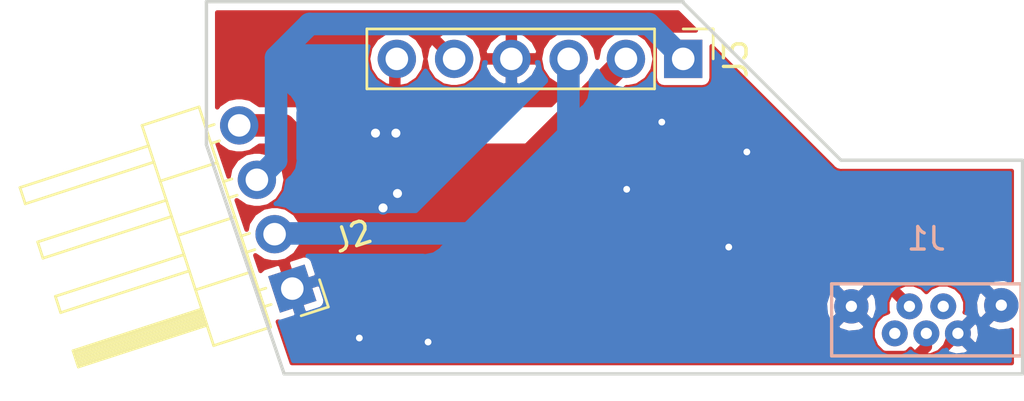
<source format=kicad_pcb>
(kicad_pcb (version 20171130) (host pcbnew 5.0.2-bee76a0~70~ubuntu16.04.1)

  (general
    (thickness 1)
    (drawings 7)
    (tracks 53)
    (zones 0)
    (modules 9)
    (nets 9)
  )

  (page A4)
  (layers
    (0 F.Cu signal)
    (31 B.Cu signal)
    (32 B.Adhes user)
    (33 F.Adhes user)
    (34 B.Paste user)
    (35 F.Paste user)
    (36 B.SilkS user)
    (37 F.SilkS user)
    (38 B.Mask user)
    (39 F.Mask user)
    (40 Dwgs.User user)
    (41 Cmts.User user)
    (42 Eco1.User user)
    (43 Eco2.User user)
    (44 Edge.Cuts user)
    (45 Margin user)
    (46 B.CrtYd user)
    (47 F.CrtYd user)
    (48 B.Fab user)
    (49 F.Fab user)
  )

  (setup
    (last_trace_width 1)
    (user_trace_width 0.2)
    (user_trace_width 0.3)
    (user_trace_width 0.4)
    (trace_clearance 0.2)
    (zone_clearance 0.3048)
    (zone_45_only no)
    (trace_min 0.2)
    (segment_width 0.2)
    (edge_width 0.15)
    (via_size 0.6)
    (via_drill 0.4)
    (via_min_size 0.4)
    (via_min_drill 0.3)
    (uvia_size 0.3)
    (uvia_drill 0.1)
    (uvias_allowed no)
    (uvia_min_size 0.2)
    (uvia_min_drill 0.1)
    (pcb_text_width 0.3)
    (pcb_text_size 1.5 1.5)
    (mod_edge_width 0.15)
    (mod_text_size 1 1)
    (mod_text_width 0.15)
    (pad_size 0.6 0.6)
    (pad_drill 0.3)
    (pad_to_mask_clearance 0.2)
    (solder_mask_min_width 0.25)
    (aux_axis_origin 109.855 60.96)
    (visible_elements FFFD8E09)
    (pcbplotparams
      (layerselection 0x010f0_ffffffff)
      (usegerberextensions true)
      (usegerberattributes false)
      (usegerberadvancedattributes false)
      (creategerberjobfile false)
      (excludeedgelayer true)
      (linewidth 0.100000)
      (plotframeref false)
      (viasonmask false)
      (mode 1)
      (useauxorigin false)
      (hpglpennumber 1)
      (hpglpenspeed 20)
      (hpglpendiameter 15.000000)
      (psnegative false)
      (psa4output false)
      (plotreference true)
      (plotvalue true)
      (plotinvisibletext false)
      (padsonsilk false)
      (subtractmaskfromsilk false)
      (outputformat 4)
      (mirror false)
      (drillshape 0)
      (scaleselection 1)
      (outputdirectory "Plots"))
  )

  (net 0 "")
  (net 1 GND)
  (net 2 SYS_3.3V)
  (net 3 SCK)
  (net 4 SDA)
  (net 5 "Net-(J1-Pad1)")
  (net 6 "Net-(J1-Pad4)")
  (net 7 /D-)
  (net 8 /D+)

  (net_class Default "This is the default net class."
    (clearance 0.2)
    (trace_width 1)
    (via_dia 0.6)
    (via_drill 0.4)
    (uvia_dia 0.3)
    (uvia_drill 0.1)
    (diff_pair_gap 0.3048)
    (diff_pair_width 0.508)
    (add_net /D+)
    (add_net /D-)
    (add_net GND)
    (add_net "Net-(J1-Pad1)")
    (add_net "Net-(J1-Pad4)")
    (add_net SCK)
    (add_net SDA)
    (add_net SYS_3.3V)
  )

  (module WiRoc:micro-usb-super-short (layer B.Cu) (tedit 5B955C94) (tstamp 5B9561D9)
    (at 141.7835 74.4888)
    (path /5B3DFD56)
    (fp_text reference J1 (at 0 -3) (layer B.SilkS)
      (effects (font (size 1 1) (thickness 0.15)) (justify mirror))
    )
    (fp_text value USB_OTG (at 0 3.3) (layer B.Fab)
      (effects (font (size 1 1) (thickness 0.15)) (justify mirror))
    )
    (fp_line (start -4.2 -1) (end 4.2 -1) (layer B.SilkS) (width 0.15))
    (fp_line (start 4.2 -1) (end 4.2 2.2) (layer B.SilkS) (width 0.15))
    (fp_line (start 4.2 2.2) (end -4.2 2.2) (layer B.SilkS) (width 0.15))
    (fp_line (start -4.2 2.2) (end -4.2 -1) (layer B.SilkS) (width 0.15))
    (pad 2 thru_hole circle (at -0.75 0) (size 1.15 1.15) (drill 0.5) (layers *.Cu *.Mask)
      (net 7 /D-))
    (pad 4 thru_hole circle (at 0.75 0) (size 1.15 1.15) (drill 0.5) (layers *.Cu *.Mask)
      (net 6 "Net-(J1-Pad4)"))
    (pad 1 thru_hole circle (at -1.4 1.2) (size 1.15 1.15) (drill 0.5) (layers *.Cu *.Mask)
      (net 5 "Net-(J1-Pad1)"))
    (pad 3 thru_hole circle (at 0 1.2) (size 1.15 1.15) (drill 0.5) (layers *.Cu *.Mask)
      (net 8 /D+))
    (pad 5 thru_hole circle (at 1.4 1.2) (size 1.15 1.15) (drill 0.5) (layers *.Cu *.Mask)
      (net 1 GND))
    (pad 6 thru_hole circle (at 3.325 -0.05) (size 1.524 1.524) (drill 0.5) (layers *.Cu *.Mask)
      (net 1 GND))
    (pad 6 thru_hole circle (at -3.325 0) (size 1.524 1.524) (drill 0.5) (layers *.Cu *.Mask)
      (net 1 GND))
    (model /home/henla464/Documents/WiRoc/Hardware/Hardware_Library/WiRoc.pretty/USBMicro.step
      (offset (xyz 0 0 -1))
      (scale (xyz 1 1 1))
      (rotate (xyz 0 180 0))
    )
  )

  (module WiRoc:VIA-0.6mm (layer F.Cu) (tedit 5AEF5363) (tstamp 5B3D4A29)
    (at 119.6848 76.073)
    (fp_text reference REF** (at 0 1.35) (layer F.SilkS) hide
      (effects (font (size 1 1) (thickness 0.15)))
    )
    (fp_text value VIA-0.6mm (at -0.05 -1.4) (layer F.Fab) hide
      (effects (font (size 1 1) (thickness 0.15)))
    )
    (pad 1 thru_hole circle (at 0 0) (size 0.6 0.6) (drill 0.3) (layers *.Cu)
      (net 1 GND) (zone_connect 2))
  )

  (module WiRoc:VIA-0.6mm (layer F.Cu) (tedit 5AEF5363) (tstamp 5B3D4A25)
    (at 116.6368 75.8952)
    (fp_text reference REF** (at 0 1.35) (layer F.SilkS) hide
      (effects (font (size 1 1) (thickness 0.15)))
    )
    (fp_text value VIA-0.6mm (at -0.05 -1.4) (layer F.Fab) hide
      (effects (font (size 1 1) (thickness 0.15)))
    )
    (pad 1 thru_hole circle (at 0 0) (size 0.6 0.6) (drill 0.3) (layers *.Cu)
      (net 1 GND) (zone_connect 2))
  )

  (module WiRoc:VIA-0.6mm (layer F.Cu) (tedit 5AEF5363) (tstamp 5B3D4A1C)
    (at 133.0198 71.8566)
    (fp_text reference REF** (at 0 1.35) (layer F.SilkS) hide
      (effects (font (size 1 1) (thickness 0.15)))
    )
    (fp_text value VIA-0.6mm (at -0.05 -1.4) (layer F.Fab) hide
      (effects (font (size 1 1) (thickness 0.15)))
    )
    (pad 1 thru_hole circle (at 0 0) (size 0.6 0.6) (drill 0.3) (layers *.Cu)
      (net 1 GND) (zone_connect 2))
  )

  (module WiRoc:VIA-0.6mm (layer F.Cu) (tedit 5AEF5363) (tstamp 5B3D4A18)
    (at 128.49352 69.2912)
    (fp_text reference REF** (at 0 1.35) (layer F.SilkS) hide
      (effects (font (size 1 1) (thickness 0.15)))
    )
    (fp_text value VIA-0.6mm (at -0.05 -1.4) (layer F.Fab) hide
      (effects (font (size 1 1) (thickness 0.15)))
    )
    (pad 1 thru_hole circle (at 0 0) (size 0.6 0.6) (drill 0.3) (layers *.Cu)
      (net 1 GND) (zone_connect 2))
  )

  (module WiRoc:VIA-0.6mm (layer F.Cu) (tedit 5AEF534D) (tstamp 5AEF552A)
    (at 133.82244 67.63258)
    (fp_text reference REF** (at 0 1.35) (layer F.SilkS) hide
      (effects (font (size 1 1) (thickness 0.15)))
    )
    (fp_text value VIA-0.6mm (at -0.05 -1.4) (layer F.Fab) hide
      (effects (font (size 1 1) (thickness 0.15)))
    )
    (pad 1 thru_hole circle (at 0 0) (size 0.6 0.6) (drill 0.3) (layers *.Cu)
      (net 1 GND) (zone_connect 2))
  )

  (module Pin_Headers:Pin_Header_Angled_1x04_Pitch2.54mm (layer F.Cu) (tedit 59650532) (tstamp 5AEF0E8B)
    (at 113.663 73.7 198)
    (descr "Through hole angled pin header, 1x04, 2.54mm pitch, 6mm pin length, single row")
    (tags "Through hole angled pin header THT 1x04 2.54mm single row")
    (path /5AEF051C)
    (fp_text reference J2 (at -3.257143 1.387391 198) (layer F.SilkS)
      (effects (font (size 1 1) (thickness 0.15)))
    )
    (fp_text value Conn_01x04 (at -6.802178 -0.031532 198) (layer F.Fab)
      (effects (font (size 1 1) (thickness 0.15)))
    )
    (fp_line (start 2.135 -1.27) (end 4.04 -1.27) (layer F.Fab) (width 0.1))
    (fp_line (start 4.04 -1.27) (end 4.04 8.89) (layer F.Fab) (width 0.1))
    (fp_line (start 4.04 8.89) (end 1.5 8.89) (layer F.Fab) (width 0.1))
    (fp_line (start 1.5 8.89) (end 1.5 -0.635) (layer F.Fab) (width 0.1))
    (fp_line (start 1.5 -0.635) (end 2.135 -1.27) (layer F.Fab) (width 0.1))
    (fp_line (start -0.32 -0.32) (end 1.5 -0.32) (layer F.Fab) (width 0.1))
    (fp_line (start -0.32 -0.32) (end -0.32 0.32) (layer F.Fab) (width 0.1))
    (fp_line (start -0.32 0.32) (end 1.5 0.32) (layer F.Fab) (width 0.1))
    (fp_line (start 4.04 -0.32) (end 10.04 -0.32) (layer F.Fab) (width 0.1))
    (fp_line (start 10.04 -0.32) (end 10.04 0.32) (layer F.Fab) (width 0.1))
    (fp_line (start 4.04 0.32) (end 10.04 0.32) (layer F.Fab) (width 0.1))
    (fp_line (start -0.32 2.22) (end 1.5 2.22) (layer F.Fab) (width 0.1))
    (fp_line (start -0.32 2.22) (end -0.32 2.86) (layer F.Fab) (width 0.1))
    (fp_line (start -0.32 2.86) (end 1.5 2.86) (layer F.Fab) (width 0.1))
    (fp_line (start 4.04 2.22) (end 10.04 2.22) (layer F.Fab) (width 0.1))
    (fp_line (start 10.04 2.22) (end 10.04 2.86) (layer F.Fab) (width 0.1))
    (fp_line (start 4.04 2.86) (end 10.04 2.86) (layer F.Fab) (width 0.1))
    (fp_line (start -0.32 4.76) (end 1.5 4.76) (layer F.Fab) (width 0.1))
    (fp_line (start -0.32 4.76) (end -0.32 5.4) (layer F.Fab) (width 0.1))
    (fp_line (start -0.32 5.4) (end 1.5 5.4) (layer F.Fab) (width 0.1))
    (fp_line (start 4.04 4.76) (end 10.04 4.76) (layer F.Fab) (width 0.1))
    (fp_line (start 10.04 4.76) (end 10.04 5.4) (layer F.Fab) (width 0.1))
    (fp_line (start 4.04 5.4) (end 10.04 5.4) (layer F.Fab) (width 0.1))
    (fp_line (start -0.32 7.3) (end 1.5 7.3) (layer F.Fab) (width 0.1))
    (fp_line (start -0.32 7.3) (end -0.32 7.94) (layer F.Fab) (width 0.1))
    (fp_line (start -0.32 7.94) (end 1.5 7.94) (layer F.Fab) (width 0.1))
    (fp_line (start 4.04 7.3) (end 10.04 7.3) (layer F.Fab) (width 0.1))
    (fp_line (start 10.04 7.3) (end 10.04 7.94) (layer F.Fab) (width 0.1))
    (fp_line (start 4.04 7.94) (end 10.04 7.94) (layer F.Fab) (width 0.1))
    (fp_line (start 1.44 -1.33) (end 1.44 8.95) (layer F.SilkS) (width 0.12))
    (fp_line (start 1.44 8.95) (end 4.1 8.95) (layer F.SilkS) (width 0.12))
    (fp_line (start 4.1 8.95) (end 4.1 -1.33) (layer F.SilkS) (width 0.12))
    (fp_line (start 4.1 -1.33) (end 1.44 -1.33) (layer F.SilkS) (width 0.12))
    (fp_line (start 4.1 -0.38) (end 10.1 -0.38) (layer F.SilkS) (width 0.12))
    (fp_line (start 10.1 -0.38) (end 10.1 0.38) (layer F.SilkS) (width 0.12))
    (fp_line (start 10.1 0.38) (end 4.1 0.38) (layer F.SilkS) (width 0.12))
    (fp_line (start 4.1 -0.32) (end 10.1 -0.32) (layer F.SilkS) (width 0.12))
    (fp_line (start 4.1 -0.2) (end 10.1 -0.2) (layer F.SilkS) (width 0.12))
    (fp_line (start 4.1 -0.08) (end 10.1 -0.08) (layer F.SilkS) (width 0.12))
    (fp_line (start 4.1 0.04) (end 10.1 0.04) (layer F.SilkS) (width 0.12))
    (fp_line (start 4.1 0.16) (end 10.1 0.16) (layer F.SilkS) (width 0.12))
    (fp_line (start 4.1 0.28) (end 10.1 0.28) (layer F.SilkS) (width 0.12))
    (fp_line (start 1.11 -0.38) (end 1.44 -0.38) (layer F.SilkS) (width 0.12))
    (fp_line (start 1.11 0.38) (end 1.44 0.38) (layer F.SilkS) (width 0.12))
    (fp_line (start 1.44 1.27) (end 4.1 1.27) (layer F.SilkS) (width 0.12))
    (fp_line (start 4.1 2.16) (end 10.1 2.16) (layer F.SilkS) (width 0.12))
    (fp_line (start 10.1 2.16) (end 10.1 2.92) (layer F.SilkS) (width 0.12))
    (fp_line (start 10.1 2.92) (end 4.1 2.92) (layer F.SilkS) (width 0.12))
    (fp_line (start 1.042929 2.16) (end 1.44 2.16) (layer F.SilkS) (width 0.12))
    (fp_line (start 1.042929 2.92) (end 1.44 2.92) (layer F.SilkS) (width 0.12))
    (fp_line (start 1.44 3.81) (end 4.1 3.81) (layer F.SilkS) (width 0.12))
    (fp_line (start 4.1 4.7) (end 10.1 4.7) (layer F.SilkS) (width 0.12))
    (fp_line (start 10.1 4.7) (end 10.1 5.46) (layer F.SilkS) (width 0.12))
    (fp_line (start 10.1 5.46) (end 4.1 5.46) (layer F.SilkS) (width 0.12))
    (fp_line (start 1.042929 4.7) (end 1.44 4.7) (layer F.SilkS) (width 0.12))
    (fp_line (start 1.042929 5.46) (end 1.44 5.46) (layer F.SilkS) (width 0.12))
    (fp_line (start 1.44 6.35) (end 4.1 6.35) (layer F.SilkS) (width 0.12))
    (fp_line (start 4.1 7.24) (end 10.1 7.24) (layer F.SilkS) (width 0.12))
    (fp_line (start 10.1 7.24) (end 10.1 8) (layer F.SilkS) (width 0.12))
    (fp_line (start 10.1 8) (end 4.1 8) (layer F.SilkS) (width 0.12))
    (fp_line (start 1.042929 7.24) (end 1.44 7.24) (layer F.SilkS) (width 0.12))
    (fp_line (start 1.042929 8) (end 1.44 8) (layer F.SilkS) (width 0.12))
    (fp_line (start -1.27 0) (end -1.27 -1.27) (layer F.SilkS) (width 0.12))
    (fp_line (start -1.27 -1.27) (end 0 -1.27) (layer F.SilkS) (width 0.12))
    (fp_line (start -1.8 -1.8) (end -1.8 9.4) (layer F.CrtYd) (width 0.05))
    (fp_line (start -1.8 9.4) (end 10.55 9.4) (layer F.CrtYd) (width 0.05))
    (fp_line (start 10.55 9.4) (end 10.55 -1.8) (layer F.CrtYd) (width 0.05))
    (fp_line (start 10.55 -1.8) (end -1.8 -1.8) (layer F.CrtYd) (width 0.05))
    (fp_text user %R (at 2.77 3.81 288) (layer F.Fab)
      (effects (font (size 1 1) (thickness 0.15)))
    )
    (pad 1 thru_hole rect (at 0 0 198) (size 1.7 1.7) (drill 1) (layers *.Cu *.Mask)
      (net 1 GND))
    (pad 2 thru_hole oval (at 0 2.54 198) (size 1.7 1.7) (drill 1) (layers *.Cu *.Mask)
      (net 2 SYS_3.3V))
    (pad 3 thru_hole oval (at 0 5.08 198) (size 1.7 1.7) (drill 1) (layers *.Cu *.Mask)
      (net 3 SCK))
    (pad 4 thru_hole oval (at -0.000001 7.62 198) (size 1.7 1.7) (drill 1) (layers *.Cu *.Mask)
      (net 4 SDA))
    (model ${KISYS3DMOD2}/Pin_Headers.3dshapes/Pin_Header_Angled_1x04_Pitch2.54mm.wrl
      (at (xyz 0 0 0))
      (scale (xyz 1 1 1))
      (rotate (xyz 0 0 0))
    )
  )

  (module Socket_Strips:Socket_Strip_Straight_1x06_Pitch2.54mm (layer F.Cu) (tedit 58CD5446) (tstamp 5AEF0EA4)
    (at 131 63.5 270)
    (descr "Through hole straight socket strip, 1x06, 2.54mm pitch, single row")
    (tags "Through hole socket strip THT 1x06 2.54mm single row")
    (path /5AEF0126)
    (fp_text reference J3 (at 0 -2.33 270) (layer F.SilkS)
      (effects (font (size 1 1) (thickness 0.15)))
    )
    (fp_text value Conn_01x06 (at 3.048 2.032) (layer F.Fab)
      (effects (font (size 1 1) (thickness 0.15)))
    )
    (fp_line (start -1.27 -1.27) (end -1.27 13.97) (layer F.Fab) (width 0.1))
    (fp_line (start -1.27 13.97) (end 1.27 13.97) (layer F.Fab) (width 0.1))
    (fp_line (start 1.27 13.97) (end 1.27 -1.27) (layer F.Fab) (width 0.1))
    (fp_line (start 1.27 -1.27) (end -1.27 -1.27) (layer F.Fab) (width 0.1))
    (fp_line (start -1.33 1.27) (end -1.33 14.03) (layer F.SilkS) (width 0.12))
    (fp_line (start -1.33 14.03) (end 1.33 14.03) (layer F.SilkS) (width 0.12))
    (fp_line (start 1.33 14.03) (end 1.33 1.27) (layer F.SilkS) (width 0.12))
    (fp_line (start 1.33 1.27) (end -1.33 1.27) (layer F.SilkS) (width 0.12))
    (fp_line (start -1.33 0) (end -1.33 -1.33) (layer F.SilkS) (width 0.12))
    (fp_line (start -1.33 -1.33) (end 0 -1.33) (layer F.SilkS) (width 0.12))
    (fp_line (start -1.8 -1.8) (end -1.8 14.5) (layer F.CrtYd) (width 0.05))
    (fp_line (start -1.8 14.5) (end 1.8 14.5) (layer F.CrtYd) (width 0.05))
    (fp_line (start 1.8 14.5) (end 1.8 -1.8) (layer F.CrtYd) (width 0.05))
    (fp_line (start 1.8 -1.8) (end -1.8 -1.8) (layer F.CrtYd) (width 0.05))
    (fp_text user %R (at 0 -2.33 270) (layer F.Fab)
      (effects (font (size 1 1) (thickness 0.15)))
    )
    (pad 1 thru_hole rect (at 0 0 270) (size 1.7 1.7) (drill 1) (layers *.Cu *.Mask)
      (net 3 SCK))
    (pad 2 thru_hole oval (at 0 2.54 270) (size 1.7 1.7) (drill 1) (layers *.Cu *.Mask)
      (net 4 SDA))
    (pad 3 thru_hole oval (at 0 5.08 270) (size 1.7 1.7) (drill 1) (layers *.Cu *.Mask)
      (net 2 SYS_3.3V))
    (pad 4 thru_hole oval (at 0 7.62 270) (size 1.7 1.7) (drill 1) (layers *.Cu *.Mask)
      (net 1 GND))
    (pad 5 thru_hole oval (at 0 10.16 270) (size 1.7 1.7) (drill 1) (layers *.Cu *.Mask)
      (net 8 /D+))
    (pad 6 thru_hole oval (at 0 12.7 270) (size 1.7 1.7) (drill 1) (layers *.Cu *.Mask)
      (net 7 /D-))
    (model ${KISYS3DMOD2}/Socket_Strips.3dshapes/Socket_Strip_Straight_1x06_Pitch2.54mm.wrl
      (offset (xyz 0 -6.349999904632568 0))
      (scale (xyz 1 1 1))
      (rotate (xyz 0 0 270))
    )
  )

  (module WiRoc:VIA-0.6mm (layer F.Cu) (tedit 5AEF5363) (tstamp 5AEF5528)
    (at 130.05054 66.3067)
    (fp_text reference REF** (at 0 1.35) (layer F.SilkS) hide
      (effects (font (size 1 1) (thickness 0.15)))
    )
    (fp_text value VIA-0.6mm (at -0.05 -1.4) (layer F.Fab) hide
      (effects (font (size 1 1) (thickness 0.15)))
    )
    (pad 1 thru_hole circle (at 0 0) (size 0.6 0.6) (drill 0.3) (layers *.Cu)
      (net 1 GND) (zone_connect 2))
  )

  (gr_line (start 138 68) (end 131 61) (layer Edge.Cuts) (width 0.15))
  (gr_line (start 146 68) (end 138 68) (layer Edge.Cuts) (width 0.15))
  (gr_line (start 113.3 77.486) (end 109.855 67.31) (layer Edge.Cuts) (width 0.15))
  (gr_line (start 146.05 77.486) (end 113.3 77.486) (layer Edge.Cuts) (width 0.15))
  (gr_line (start 146.05 68) (end 146.05 77.486) (layer Edge.Cuts) (width 0.15))
  (gr_line (start 109.855 60.96) (end 131 60.96) (layer Edge.Cuts) (width 0.15))
  (gr_line (start 109.855 67.31) (end 109.855 60.96) (layer Edge.Cuts) (width 0.15))

  (segment (start 112.912873 71.24954) (end 112.878097 71.284316) (width 1) (layer B.Cu) (net 2))
  (segment (start 125.9078 69.2404) (end 123.89866 71.24954) (width 1) (layer B.Cu) (net 2))
  (segment (start 123.89866 71.24954) (end 112.912873 71.24954) (width 1) (layer B.Cu) (net 2))
  (segment (start 125.9078 63.50254) (end 125.9078 69.2404) (width 1) (layer B.Cu) (net 2))
  (segment (start 112.093194 68.868633) (end 112.943193 68.018634) (width 1) (layer B.Cu) (net 3))
  (segment (start 112.943193 63.434407) (end 114.427601 61.949999) (width 1) (layer B.Cu) (net 3))
  (segment (start 112.943193 68.018634) (end 112.943193 63.434407) (width 1) (layer B.Cu) (net 3))
  (segment (start 129.475899 61.949999) (end 130.98526 63.45936) (width 1) (layer B.Cu) (net 3))
  (segment (start 114.427601 61.949999) (end 129.475899 61.949999) (width 1) (layer B.Cu) (net 3))
  (segment (start 113.290549 66.452949) (end 111.308291 66.452949) (width 1) (layer F.Cu) (net 4))
  (segment (start 123.7102 68.2498) (end 115.0874 68.2498) (width 1) (layer F.Cu) (net 4))
  (segment (start 115.0874 68.2498) (end 113.290549 66.452949) (width 1) (layer F.Cu) (net 4))
  (segment (start 128.46 63.5) (end 123.7102 68.2498) (width 1) (layer F.Cu) (net 4))
  (via (at 118.328296 69.477244) (size 0.6) (drill 0.4) (layers F.Cu B.Cu) (net 7))
  (via (at 118.2576 66.7974) (size 0.6) (drill 0.4) (layers F.Cu B.Cu) (net 7))
  (segment (start 118.2116 69.425603) (end 118.2116 66.8434) (width 0.508) (layer B.Cu) (net 7))
  (segment (start 118.328296 69.477244) (end 118.263241 69.477244) (width 0.508) (layer B.Cu) (net 7))
  (segment (start 118.2116 66.8434) (end 118.2576 66.7974) (width 0.508) (layer B.Cu) (net 7))
  (segment (start 118.263241 69.477244) (end 118.2116 69.425603) (width 0.508) (layer B.Cu) (net 7))
  (segment (start 118.2116 63.5884) (end 118.3 63.5) (width 0.508) (layer F.Cu) (net 7))
  (segment (start 118.2116 66.7514) (end 118.2116 63.5884) (width 0.508) (layer F.Cu) (net 7))
  (segment (start 118.2576 66.7974) (end 118.2116 66.7514) (width 0.508) (layer F.Cu) (net 7))
  (segment (start 118.328296 69.48583) (end 118.328296 69.477244) (width 0.508) (layer F.Cu) (net 7))
  (segment (start 118.547286 69.70482) (end 118.328296 69.48583) (width 0.508) (layer F.Cu) (net 7))
  (segment (start 118.547286 69.761289) (end 118.547286 69.70482) (width 0.508) (layer F.Cu) (net 7))
  (segment (start 123.661997 74.876) (end 118.547286 69.761289) (width 0.508) (layer F.Cu) (net 7))
  (segment (start 141.0335 74.4888) (end 139.5443 72.9996) (width 0.508) (layer F.Cu) (net 7))
  (segment (start 139.5443 72.9996) (end 137.2108 72.9996) (width 0.508) (layer F.Cu) (net 7))
  (segment (start 137.2108 72.9996) (end 135.3344 74.876) (width 0.508) (layer F.Cu) (net 7))
  (segment (start 135.3344 74.876) (end 123.661997 74.876) (width 0.508) (layer F.Cu) (net 7))
  (via (at 117.688504 70.117036) (size 0.6) (drill 0.4) (layers F.Cu B.Cu) (net 8))
  (segment (start 117.688504 70.051981) (end 117.3988 69.762277) (width 0.508) (layer B.Cu) (net 8))
  (segment (start 117.688504 70.117036) (end 117.688504 70.051981) (width 0.508) (layer B.Cu) (net 8))
  (segment (start 117.3988 66.8434) (end 117.3528 66.7974) (width 0.508) (layer B.Cu) (net 8))
  (segment (start 117.3988 69.762277) (end 117.3988 66.8434) (width 0.508) (layer B.Cu) (net 8))
  (via (at 117.3528 66.7974) (size 0.6) (drill 0.4) (layers F.Cu B.Cu) (net 8))
  (segment (start 120.0272 62.6872) (end 120.84 63.5) (width 0.508) (layer F.Cu) (net 8))
  (segment (start 119.2652 61.9252) (end 120.0272 62.6872) (width 0.508) (layer F.Cu) (net 8))
  (segment (start 117.395438 61.9252) (end 119.2652 61.9252) (width 0.508) (layer F.Cu) (net 8))
  (segment (start 116.5352 62.785438) (end 117.395438 61.9252) (width 0.508) (layer F.Cu) (net 8))
  (segment (start 116.5352 65.624138) (end 116.5352 62.785438) (width 0.508) (layer F.Cu) (net 8))
  (segment (start 117.3988 66.7514) (end 117.3988 66.487738) (width 0.508) (layer F.Cu) (net 8))
  (segment (start 117.3528 66.7974) (end 117.3988 66.7514) (width 0.508) (layer F.Cu) (net 8))
  (segment (start 117.3988 66.487738) (end 116.5352 65.624138) (width 0.508) (layer F.Cu) (net 8))
  (segment (start 117.972549 70.336026) (end 117.91608 70.336026) (width 0.508) (layer F.Cu) (net 8))
  (segment (start 123.325323 75.6888) (end 117.972549 70.336026) (width 0.508) (layer F.Cu) (net 8))
  (segment (start 135.3534 75.6888) (end 123.325323 75.6888) (width 0.508) (layer F.Cu) (net 8))
  (segment (start 141.7835 75.6888) (end 141.7835 76.2755) (width 0.508) (layer F.Cu) (net 8))
  (segment (start 117.91608 70.336026) (end 117.69709 70.117036) (width 0.508) (layer F.Cu) (net 8))
  (segment (start 141.341199 76.717801) (end 136.382401 76.717801) (width 0.508) (layer F.Cu) (net 8))
  (segment (start 117.69709 70.117036) (end 117.688504 70.117036) (width 0.508) (layer F.Cu) (net 8))
  (segment (start 141.7835 76.2755) (end 141.341199 76.717801) (width 0.508) (layer F.Cu) (net 8))
  (segment (start 136.382401 76.717801) (end 135.3534 75.6888) (width 0.508) (layer F.Cu) (net 8))

  (zone (net 1) (net_name GND) (layer F.Cu) (tstamp 5C059917) (hatch edge 0.508)
    (connect_pads thru_hole_only (clearance 0.3048))
    (min_thickness 0.2)
    (fill yes (arc_segments 16) (thermal_gap 0.3048) (thermal_bridge_width 0.508))
    (polygon
      (pts
        (xy 109.728 60.96) (xy 146.05 60.96) (xy 146.05 78.486) (xy 113.792 78.486) (xy 109.728 67.31)
      )
    )
    (filled_polygon
      (pts
        (xy 137.627319 68.305858) (xy 137.654084 68.345916) (xy 137.812792 68.451961) (xy 137.952748 68.4798) (xy 137.952749 68.4798)
        (xy 138 68.489199) (xy 138.047251 68.4798) (xy 145.5702 68.4798) (xy 145.570201 73.360544) (xy 145.234139 73.255793)
        (xy 144.771858 73.297764) (xy 144.539708 73.393925) (xy 144.45548 73.567991) (xy 145.1085 74.221011) (xy 145.122642 74.206869)
        (xy 145.340431 74.424658) (xy 145.326289 74.4388) (xy 145.340431 74.452942) (xy 145.122642 74.670731) (xy 145.1085 74.656589)
        (xy 144.45548 75.309609) (xy 144.539708 75.483675) (xy 144.982861 75.621807) (xy 145.445142 75.579836) (xy 145.570201 75.528034)
        (xy 145.570201 77.0062) (xy 113.644117 77.0062) (xy 113.086678 75.359609) (xy 137.80548 75.359609) (xy 137.889708 75.533675)
        (xy 138.332861 75.671807) (xy 138.795142 75.629836) (xy 139.027292 75.533675) (xy 139.046535 75.493906) (xy 139.4037 75.493906)
        (xy 139.4037 75.883694) (xy 139.552866 76.243812) (xy 139.828488 76.519434) (xy 140.188606 76.6686) (xy 140.578394 76.6686)
        (xy 140.938512 76.519434) (xy 141.0835 76.374446) (xy 141.228488 76.519434) (xy 141.588606 76.6686) (xy 141.978394 76.6686)
        (xy 142.338512 76.519434) (xy 142.434824 76.423122) (xy 142.666967 76.423122) (xy 142.727913 76.577862) (xy 143.102822 76.684532)
        (xy 143.490013 76.63961) (xy 143.639087 76.577862) (xy 143.700033 76.423122) (xy 143.1835 75.906589) (xy 142.666967 76.423122)
        (xy 142.434824 76.423122) (xy 142.614134 76.243812) (xy 142.757985 75.896526) (xy 142.965711 75.6888) (xy 143.401289 75.6888)
        (xy 143.917822 76.205333) (xy 144.072562 76.144387) (xy 144.179232 75.769478) (xy 144.13431 75.382287) (xy 144.072562 75.233213)
        (xy 143.917822 75.172267) (xy 143.401289 75.6888) (xy 142.965711 75.6888) (xy 142.951569 75.674658) (xy 143.169358 75.456869)
        (xy 143.1835 75.471011) (xy 143.700033 74.954478) (xy 143.639087 74.799738) (xy 143.483562 74.755488) (xy 143.5133 74.683694)
        (xy 143.5133 74.313161) (xy 143.925493 74.313161) (xy 143.967464 74.775442) (xy 144.063625 75.007592) (xy 144.237691 75.09182)
        (xy 144.890711 74.4388) (xy 144.237691 73.78578) (xy 144.063625 73.870008) (xy 143.925493 74.313161) (xy 143.5133 74.313161)
        (xy 143.5133 74.293906) (xy 143.364134 73.933788) (xy 143.088512 73.658166) (xy 142.728394 73.509) (xy 142.338606 73.509)
        (xy 141.978488 73.658166) (xy 141.7835 73.853154) (xy 141.588512 73.658166) (xy 141.228394 73.509) (xy 140.838606 73.509)
        (xy 140.478488 73.658166) (xy 140.202866 73.933788) (xy 140.0537 74.293906) (xy 140.0537 74.683694) (xy 140.082404 74.752991)
        (xy 139.828488 74.858166) (xy 139.552866 75.133788) (xy 139.4037 75.493906) (xy 139.046535 75.493906) (xy 139.11152 75.359609)
        (xy 138.4585 74.706589) (xy 137.80548 75.359609) (xy 113.086678 75.359609) (xy 113.022367 75.169645) (xy 113.165777 75.180932)
        (xy 113.808045 74.972247) (xy 113.873019 74.844727) (xy 113.564126 73.894051) (xy 113.545104 73.900232) (xy 113.512172 73.798874)
        (xy 113.857051 73.798874) (xy 114.165945 74.74955) (xy 114.293464 74.814525) (xy 114.935732 74.605839) (xy 115.058187 74.501253)
        (xy 115.128548 74.363161) (xy 137.275493 74.363161) (xy 137.317464 74.825442) (xy 137.413625 75.057592) (xy 137.587691 75.14182)
        (xy 138.240711 74.4888) (xy 138.676289 74.4888) (xy 139.329309 75.14182) (xy 139.503375 75.057592) (xy 139.641507 74.614439)
        (xy 139.599536 74.152158) (xy 139.503375 73.920008) (xy 139.329309 73.83578) (xy 138.676289 74.4888) (xy 138.240711 74.4888)
        (xy 137.587691 73.83578) (xy 137.413625 73.920008) (xy 137.275493 74.363161) (xy 115.128548 74.363161) (xy 115.131297 74.357766)
        (xy 115.143932 74.197222) (xy 115.094168 74.044064) (xy 114.955729 73.617991) (xy 137.80548 73.617991) (xy 138.4585 74.271011)
        (xy 139.11152 73.617991) (xy 139.027292 73.443925) (xy 138.584139 73.305793) (xy 138.121858 73.347764) (xy 137.889708 73.443925)
        (xy 137.80548 73.617991) (xy 114.955729 73.617991) (xy 114.935247 73.554955) (xy 114.807727 73.489981) (xy 113.857051 73.798874)
        (xy 113.512172 73.798874) (xy 113.449928 73.607306) (xy 113.468949 73.601126) (xy 113.160055 72.65045) (xy 113.032536 72.585475)
        (xy 112.390268 72.794161) (xy 112.267813 72.898747) (xy 112.259257 72.915538) (xy 112.137293 72.555273) (xy 113.452981 72.555273)
        (xy 113.761874 73.505949) (xy 114.71255 73.197055) (xy 114.777525 73.069536) (xy 114.618603 72.580427) (xy 114.56884 72.427269)
        (xy 114.464253 72.304813) (xy 114.320766 72.231703) (xy 114.160223 72.219068) (xy 113.517955 72.427753) (xy 113.452981 72.555273)
        (xy 112.137293 72.555273) (xy 112.024935 72.223386) (xy 112.388499 72.466311) (xy 112.754515 72.539116) (xy 113.001679 72.539116)
        (xy 113.367695 72.466311) (xy 113.782757 72.188976) (xy 114.060092 71.773914) (xy 114.157479 71.284316) (xy 114.060092 70.794718)
        (xy 113.782757 70.379656) (xy 113.367695 70.102321) (xy 113.001679 70.029516) (xy 112.754515 70.029516) (xy 112.388499 70.102321)
        (xy 111.973437 70.379656) (xy 111.696102 70.794718) (xy 111.638799 71.0828) (xy 111.197506 69.779288) (xy 111.603596 70.050628)
        (xy 111.969612 70.123433) (xy 112.216776 70.123433) (xy 112.582792 70.050628) (xy 112.997854 69.773293) (xy 113.275189 69.358231)
        (xy 113.372576 68.868633) (xy 113.275189 68.379035) (xy 112.997854 67.963973) (xy 112.582792 67.686638) (xy 112.216776 67.613833)
        (xy 111.969612 67.613833) (xy 111.603596 67.686638) (xy 111.188534 67.963973) (xy 110.911199 68.379035) (xy 110.841717 68.728343)
        (xy 110.351001 67.278842) (xy 110.403631 67.357609) (xy 110.818693 67.634944) (xy 111.184709 67.707749) (xy 111.431873 67.707749)
        (xy 111.797889 67.634944) (xy 112.212741 67.357749) (xy 125.417941 67.357749) (xy 125.507051 67.375474) (xy 125.596161 67.357749)
        (xy 125.596166 67.357749) (xy 125.860086 67.305252) (xy 126.159375 67.105273) (xy 126.209854 67.029726) (xy 128.484781 64.7548)
        (xy 128.583582 64.7548) (xy 128.949598 64.681995) (xy 129.36466 64.40466) (xy 129.641995 63.989598) (xy 129.73727 63.510618)
        (xy 129.73727 64.35) (xy 129.768687 64.507945) (xy 129.858156 64.641844) (xy 129.992055 64.731313) (xy 130.15 64.76273)
        (xy 131.85 64.76273) (xy 132.007945 64.731313) (xy 132.141844 64.641844) (xy 132.231313 64.507945) (xy 132.26273 64.35)
        (xy 132.26273 62.941269)
      )
    )
    (filled_polygon
      (pts
        (xy 131.558731 62.23727) (xy 130.15 62.23727) (xy 129.992055 62.268687) (xy 129.858156 62.358156) (xy 129.768687 62.492055)
        (xy 129.73727 62.65) (xy 129.73727 63.489382) (xy 129.641995 63.010402) (xy 129.36466 62.59534) (xy 128.949598 62.318005)
        (xy 128.583582 62.2452) (xy 128.336418 62.2452) (xy 127.970402 62.318005) (xy 127.55534 62.59534) (xy 127.278005 63.010402)
        (xy 127.19 63.452833) (xy 127.101995 63.010402) (xy 126.82466 62.59534) (xy 126.409598 62.318005) (xy 126.043582 62.2452)
        (xy 125.796418 62.2452) (xy 125.430402 62.318005) (xy 125.01534 62.59534) (xy 124.738005 63.010402) (xy 124.640618 63.5)
        (xy 124.738005 63.989598) (xy 125.01534 64.40466) (xy 125.430402 64.681995) (xy 125.796418 64.7548) (xy 125.92562 64.7548)
        (xy 125.132271 65.548149) (xy 112.212741 65.548149) (xy 111.797889 65.270954) (xy 111.431873 65.198149) (xy 111.184709 65.198149)
        (xy 110.818693 65.270954) (xy 110.403631 65.548289) (xy 110.3348 65.651302) (xy 110.3348 63.5) (xy 117.020618 63.5)
        (xy 117.118005 63.989598) (xy 117.39534 64.40466) (xy 117.810402 64.681995) (xy 118.176418 64.7548) (xy 118.423582 64.7548)
        (xy 118.789598 64.681995) (xy 119.20466 64.40466) (xy 119.481995 63.989598) (xy 119.57 63.547167) (xy 119.658005 63.989598)
        (xy 119.93534 64.40466) (xy 120.350402 64.681995) (xy 120.716418 64.7548) (xy 120.963582 64.7548) (xy 121.329598 64.681995)
        (xy 121.74466 64.40466) (xy 122.021995 63.989598) (xy 122.050376 63.846916) (xy 122.174095 63.846916) (xy 122.398648 64.281988)
        (xy 122.772603 64.59801) (xy 123.033086 64.705891) (xy 123.226 64.643275) (xy 123.226 63.654) (xy 123.534 63.654)
        (xy 123.534 64.643275) (xy 123.726914 64.705891) (xy 123.987397 64.59801) (xy 124.361352 64.281988) (xy 124.585905 63.846916)
        (xy 124.524128 63.654) (xy 123.534 63.654) (xy 123.226 63.654) (xy 122.235872 63.654) (xy 122.174095 63.846916)
        (xy 122.050376 63.846916) (xy 122.119382 63.5) (xy 122.050377 63.153084) (xy 122.174095 63.153084) (xy 122.235872 63.346)
        (xy 123.226 63.346) (xy 123.226 62.356725) (xy 123.534 62.356725) (xy 123.534 63.346) (xy 124.524128 63.346)
        (xy 124.585905 63.153084) (xy 124.361352 62.718012) (xy 123.987397 62.40199) (xy 123.726914 62.294109) (xy 123.534 62.356725)
        (xy 123.226 62.356725) (xy 123.033086 62.294109) (xy 122.772603 62.40199) (xy 122.398648 62.718012) (xy 122.174095 63.153084)
        (xy 122.050377 63.153084) (xy 122.021995 63.010402) (xy 121.74466 62.59534) (xy 121.329598 62.318005) (xy 120.963582 62.2452)
        (xy 120.716418 62.2452) (xy 120.350402 62.318005) (xy 119.93534 62.59534) (xy 119.658005 63.010402) (xy 119.57 63.452833)
        (xy 119.481995 63.010402) (xy 119.20466 62.59534) (xy 118.789598 62.318005) (xy 118.423582 62.2452) (xy 118.176418 62.2452)
        (xy 117.810402 62.318005) (xy 117.39534 62.59534) (xy 117.118005 63.010402) (xy 117.020618 63.5) (xy 110.3348 63.5)
        (xy 110.3348 61.4398) (xy 130.761261 61.4398)
      )
    )
  )
  (zone (net 1) (net_name GND) (layer B.Cu) (tstamp 5C059914) (hatch edge 0.508)
    (connect_pads thru_hole_only (clearance 0.4))
    (min_thickness 0.2)
    (fill yes (arc_segments 16) (thermal_gap 0.3) (thermal_bridge_width 0.508))
    (polygon
      (pts
        (xy 109.728 60.96) (xy 146.05 60.96) (xy 146.05 78.486) (xy 113.792 78.486) (xy 109.728 67.31)
      )
    )
    (filled_polygon
      (pts
        (xy 137.553373 68.366546) (xy 137.585449 68.414551) (xy 137.775646 68.541637) (xy 137.943372 68.575) (xy 137.943376 68.575)
        (xy 138 68.586263) (xy 138.056624 68.575) (xy 145.475 68.575) (xy 145.475001 73.335886) (xy 145.232986 73.260593)
        (xy 144.77263 73.302641) (xy 144.54261 73.397918) (xy 144.458119 73.57063) (xy 145.1085 74.221011) (xy 145.122642 74.206869)
        (xy 145.340431 74.424658) (xy 145.326289 74.4388) (xy 145.340431 74.452942) (xy 145.122642 74.670731) (xy 145.1085 74.656589)
        (xy 144.458119 75.30697) (xy 144.54261 75.479682) (xy 144.984014 75.617007) (xy 145.44437 75.574959) (xy 145.475001 75.562271)
        (xy 145.475001 76.911) (xy 113.712395 76.911) (xy 113.186291 75.35697) (xy 137.808119 75.35697) (xy 137.89261 75.529682)
        (xy 138.334014 75.667007) (xy 138.79437 75.624959) (xy 139.02439 75.529682) (xy 139.108881 75.35697) (xy 138.4585 74.706589)
        (xy 137.808119 75.35697) (xy 113.186291 75.35697) (xy 113.12395 75.172825) (xy 113.165202 75.176072) (xy 113.807703 74.967311)
        (xy 113.871907 74.841304) (xy 113.564126 73.894051) (xy 113.545104 73.900232) (xy 113.512172 73.798874) (xy 113.857051 73.798874)
        (xy 114.164832 74.746126) (xy 114.29084 74.81033) (xy 114.93334 74.601569) (xy 115.054344 74.498223) (xy 115.122573 74.364314)
        (xy 137.280293 74.364314) (xy 137.322341 74.82467) (xy 137.417618 75.05469) (xy 137.59033 75.139181) (xy 138.240711 74.4888)
        (xy 138.676289 74.4888) (xy 139.32667 75.139181) (xy 139.495367 75.056654) (xy 139.472159 75.079862) (xy 139.3085 75.474969)
        (xy 139.3085 75.902631) (xy 139.472159 76.297738) (xy 139.774562 76.600141) (xy 140.169669 76.7638) (xy 140.597331 76.7638)
        (xy 140.992438 76.600141) (xy 141.0835 76.509079) (xy 141.174562 76.600141) (xy 141.569669 76.7638) (xy 141.997331 76.7638)
        (xy 142.392438 76.600141) (xy 142.54209 76.45049) (xy 142.590846 76.499246) (xy 142.669619 76.420473) (xy 142.730824 76.573854)
        (xy 143.103978 76.679715) (xy 143.489238 76.634717) (xy 143.636176 76.573854) (xy 143.697382 76.420471) (xy 143.1835 75.906589)
        (xy 143.169358 75.920731) (xy 142.951569 75.702942) (xy 142.965711 75.6888) (xy 143.401289 75.6888) (xy 143.915171 76.202682)
        (xy 144.068554 76.141476) (xy 144.174415 75.768322) (xy 144.129417 75.383062) (xy 144.068554 75.236124) (xy 143.915171 75.174918)
        (xy 143.401289 75.6888) (xy 142.965711 75.6888) (xy 142.951569 75.674658) (xy 143.169358 75.456869) (xy 143.1835 75.471011)
        (xy 143.697382 74.957129) (xy 143.636176 74.803746) (xy 143.573931 74.786088) (xy 143.6085 74.702631) (xy 143.6085 74.314314)
        (xy 143.930293 74.314314) (xy 143.972341 74.77467) (xy 144.067618 75.00469) (xy 144.24033 75.089181) (xy 144.890711 74.4388)
        (xy 144.24033 73.788419) (xy 144.067618 73.87291) (xy 143.930293 74.314314) (xy 143.6085 74.314314) (xy 143.6085 74.274969)
        (xy 143.444841 73.879862) (xy 143.142438 73.577459) (xy 142.747331 73.4138) (xy 142.319669 73.4138) (xy 141.924562 73.577459)
        (xy 141.7835 73.718521) (xy 141.642438 73.577459) (xy 141.247331 73.4138) (xy 140.819669 73.4138) (xy 140.424562 73.577459)
        (xy 140.122159 73.879862) (xy 139.9585 74.274969) (xy 139.9585 74.701269) (xy 139.774562 74.777459) (xy 139.500308 75.051713)
        (xy 139.636707 74.613286) (xy 139.594659 74.15293) (xy 139.499382 73.92291) (xy 139.32667 73.838419) (xy 138.676289 74.4888)
        (xy 138.240711 74.4888) (xy 137.59033 73.838419) (xy 137.417618 73.92291) (xy 137.280293 74.364314) (xy 115.122573 74.364314)
        (xy 115.126587 74.356437) (xy 115.139072 74.197798) (xy 115.089898 74.046456) (xy 114.951539 73.62063) (xy 137.808119 73.62063)
        (xy 138.4585 74.271011) (xy 139.108881 73.62063) (xy 139.02439 73.447918) (xy 138.582986 73.310593) (xy 138.12263 73.352641)
        (xy 137.89261 73.447918) (xy 137.808119 73.62063) (xy 114.951539 73.62063) (xy 114.930311 73.555297) (xy 114.804304 73.491093)
        (xy 113.857051 73.798874) (xy 113.512172 73.798874) (xy 113.449928 73.607306) (xy 113.468949 73.601126) (xy 113.462768 73.582104)
        (xy 113.755694 73.486928) (xy 113.761874 73.505949) (xy 114.709126 73.198168) (xy 114.77333 73.07216) (xy 114.613743 72.581002)
        (xy 114.564569 72.42966) (xy 114.461223 72.308656) (xy 114.3452 72.24954) (xy 119.45677 72.24954) (xy 119.55526 72.269131)
        (xy 119.65375 72.24954) (xy 119.945441 72.191519) (xy 120.27622 71.9705) (xy 120.332014 71.886998) (xy 126.545261 65.673752)
        (xy 126.62876 65.61796) (xy 126.849779 65.287181) (xy 126.886425 65.102949) (xy 126.927391 64.897001) (xy 126.9078 64.798511)
        (xy 126.9078 64.451589) (xy 127.19 64.029246) (xy 127.486704 64.473296) (xy 127.933256 64.771672) (xy 128.327037 64.85)
        (xy 128.592963 64.85) (xy 128.986744 64.771672) (xy 129.433296 64.473296) (xy 129.640205 64.163634) (xy 129.640205 64.35)
        (xy 129.679011 64.54509) (xy 129.78952 64.71048) (xy 129.95491 64.820989) (xy 130.15 64.859795) (xy 131.85 64.859795)
        (xy 132.04509 64.820989) (xy 132.21048 64.71048) (xy 132.320989 64.54509) (xy 132.359795 64.35) (xy 132.359795 63.172967)
      )
    )
    (filled_polygon
      (pts
        (xy 117.028328 62.973256) (xy 116.923552 63.5) (xy 117.028328 64.026744) (xy 117.326704 64.473296) (xy 117.773256 64.771672)
        (xy 118.167037 64.85) (xy 118.432963 64.85) (xy 118.826744 64.771672) (xy 119.273296 64.473296) (xy 119.57 64.029246)
        (xy 119.866704 64.473296) (xy 120.313256 64.771672) (xy 120.707037 64.85) (xy 120.972963 64.85) (xy 121.366744 64.771672)
        (xy 121.813296 64.473296) (xy 122.111672 64.026744) (xy 122.185815 63.654002) (xy 122.239508 63.654002) (xy 122.178872 63.84616)
        (xy 122.402772 64.279462) (xy 122.775446 64.594098) (xy 123.033843 64.701114) (xy 123.226 64.639642) (xy 123.226 63.654)
        (xy 123.206 63.654) (xy 123.206 63.346) (xy 123.226 63.346) (xy 123.226 63.326) (xy 123.534 63.326)
        (xy 123.534 63.346) (xy 123.554 63.346) (xy 123.554 63.654) (xy 123.534 63.654) (xy 123.534 64.639642)
        (xy 123.726157 64.701114) (xy 123.984554 64.594098) (xy 124.357228 64.279462) (xy 124.581128 63.84616) (xy 124.520492 63.654002)
        (xy 124.574185 63.654002) (xy 124.648328 64.026744) (xy 124.907801 64.415073) (xy 124.907801 64.482786) (xy 119.141048 70.24954)
        (xy 113.759382 70.24954) (xy 113.404841 70.012644) (xy 113.01106 69.934316) (xy 112.928223 69.934316) (xy 113.06649 69.841929)
        (xy 113.364866 69.395377) (xy 113.460265 68.915775) (xy 113.580654 68.795386) (xy 113.664153 68.739594) (xy 113.885172 68.408815)
        (xy 113.943193 68.117124) (xy 113.943193 68.117123) (xy 113.962784 68.018635) (xy 113.943193 67.920145) (xy 113.943193 65.892338)
        (xy 113.962784 65.793848) (xy 113.885172 65.403668) (xy 113.811312 65.293129) (xy 113.664153 65.072889) (xy 113.580656 65.017098)
        (xy 113.052292 64.488735) (xy 113.052292 63.867918) (xy 113.970212 62.949999) (xy 117.043868 62.949999)
      )
    )
  )
)

</source>
